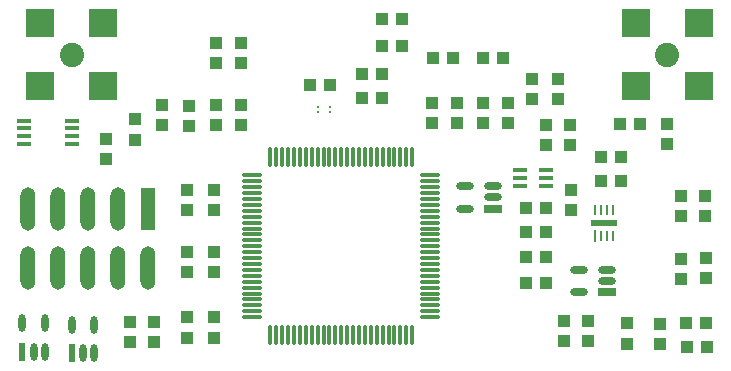
<source format=gtp>
G04 Layer_Color=8421504*
%FSLAX43Y43*%
%MOMM*%
G71*
G01*
G75*
%ADD10R,1.000X1.100*%
%ADD11R,1.100X1.000*%
%ADD12R,1.270X3.680*%
%ADD13O,1.270X3.680*%
%ADD14O,1.500X0.700*%
%ADD15R,1.500X0.700*%
%ADD16O,0.300X1.800*%
%ADD17O,1.800X0.300*%
%ADD18R,1.200X0.350*%
%ADD19C,2.050*%
%ADD20R,2.440X2.440*%
%ADD21R,0.600X1.500*%
%ADD22O,0.600X1.500*%
%ADD23R,1.150X0.450*%
%ADD24C,0.250*%
%ADD25R,2.200X0.610*%
%ADD26R,0.250X1.000*%
%ADD27O,0.250X1.000*%
D10*
X96774Y81153D02*
D03*
Y79453D02*
D03*
X67691Y71755D02*
D03*
Y70055D02*
D03*
X65405Y64770D02*
D03*
Y66470D02*
D03*
X69977Y78916D02*
D03*
Y77216D02*
D03*
X107188Y65913D02*
D03*
Y64213D02*
D03*
X109347Y65962D02*
D03*
Y64262D02*
D03*
X67818Y78916D02*
D03*
Y77216D02*
D03*
X86106Y79121D02*
D03*
Y77421D02*
D03*
X58547Y74373D02*
D03*
Y76073D02*
D03*
X90424Y79121D02*
D03*
Y77421D02*
D03*
X65405Y71755D02*
D03*
Y70055D02*
D03*
X109220Y69547D02*
D03*
Y71247D02*
D03*
X92583Y79121D02*
D03*
Y77421D02*
D03*
X65532Y78867D02*
D03*
Y77167D02*
D03*
X67691Y64770D02*
D03*
Y66470D02*
D03*
X88265Y79121D02*
D03*
Y77421D02*
D03*
X63246Y78916D02*
D03*
Y77216D02*
D03*
X94615Y81153D02*
D03*
Y79453D02*
D03*
X69977Y84201D02*
D03*
Y82501D02*
D03*
X67818Y84201D02*
D03*
Y82501D02*
D03*
X107188Y69547D02*
D03*
Y71247D02*
D03*
X97282Y58928D02*
D03*
Y60628D02*
D03*
X99314Y58928D02*
D03*
Y60628D02*
D03*
X102616Y58752D02*
D03*
Y60452D02*
D03*
X60960Y77724D02*
D03*
Y76024D02*
D03*
X62611Y58879D02*
D03*
Y60579D02*
D03*
X105410Y58674D02*
D03*
Y60374D02*
D03*
X60579Y58879D02*
D03*
Y60579D02*
D03*
X67691Y59260D02*
D03*
Y60960D02*
D03*
X65405Y59260D02*
D03*
Y60960D02*
D03*
X97917Y71755D02*
D03*
Y70055D02*
D03*
X106045Y75643D02*
D03*
Y77343D02*
D03*
X97790Y75565D02*
D03*
Y77265D02*
D03*
X95758Y75565D02*
D03*
Y77265D02*
D03*
D11*
X109347Y60452D02*
D03*
X107647D02*
D03*
X81915Y79502D02*
D03*
X80215D02*
D03*
X81915Y81534D02*
D03*
X80215D02*
D03*
X92124Y82931D02*
D03*
X90424D02*
D03*
X86184D02*
D03*
X87884D02*
D03*
X109396Y58420D02*
D03*
X107696D02*
D03*
X83615Y83947D02*
D03*
X81915D02*
D03*
Y86233D02*
D03*
X83615D02*
D03*
X75770Y80645D02*
D03*
X77470D02*
D03*
X102059Y77343D02*
D03*
X103759D02*
D03*
X94058Y70231D02*
D03*
X95758D02*
D03*
X94058Y68199D02*
D03*
X95758D02*
D03*
X100408Y74549D02*
D03*
X102108D02*
D03*
X100408Y72517D02*
D03*
X102108D02*
D03*
X94107Y66040D02*
D03*
X95807D02*
D03*
X94107Y63881D02*
D03*
X95807D02*
D03*
D12*
X62103Y70101D02*
D03*
D13*
X59563D02*
D03*
X57023D02*
D03*
X54483D02*
D03*
X51943D02*
D03*
X62103Y65151D02*
D03*
X59563D02*
D03*
X57023D02*
D03*
X54483D02*
D03*
X51943D02*
D03*
D14*
X98552Y65019D02*
D03*
Y63119D02*
D03*
X100952Y65019D02*
D03*
Y64069D02*
D03*
X88913Y72070D02*
D03*
Y70170D02*
D03*
X91313Y72070D02*
D03*
Y71120D02*
D03*
D15*
X100952Y63119D02*
D03*
X91313Y70170D02*
D03*
D16*
X84446Y74536D02*
D03*
X83946D02*
D03*
X83446D02*
D03*
X82946D02*
D03*
X82446D02*
D03*
X81946D02*
D03*
X81446D02*
D03*
X80946D02*
D03*
X80446D02*
D03*
X79946D02*
D03*
X79446D02*
D03*
X78946D02*
D03*
X78446D02*
D03*
X77946D02*
D03*
X77446D02*
D03*
X76946D02*
D03*
X76446D02*
D03*
X75946D02*
D03*
X75446D02*
D03*
X74946D02*
D03*
X74446D02*
D03*
X73946D02*
D03*
X73446D02*
D03*
X72946D02*
D03*
X72446D02*
D03*
Y59436D02*
D03*
X72946D02*
D03*
X73446D02*
D03*
X73946D02*
D03*
X74446D02*
D03*
X74946D02*
D03*
X75446D02*
D03*
X75946D02*
D03*
X76446D02*
D03*
X76946D02*
D03*
X77446D02*
D03*
X77946D02*
D03*
X78446D02*
D03*
X78946D02*
D03*
X79446D02*
D03*
X79946D02*
D03*
X80446D02*
D03*
X80946D02*
D03*
X81446D02*
D03*
X81946D02*
D03*
X82446D02*
D03*
X82946D02*
D03*
X83446D02*
D03*
X83946D02*
D03*
X84446D02*
D03*
D17*
X70896Y72986D02*
D03*
Y72486D02*
D03*
Y71986D02*
D03*
Y71486D02*
D03*
Y70986D02*
D03*
Y70486D02*
D03*
Y69986D02*
D03*
Y69486D02*
D03*
Y68986D02*
D03*
Y68486D02*
D03*
Y67986D02*
D03*
Y67486D02*
D03*
Y66986D02*
D03*
Y66486D02*
D03*
Y65986D02*
D03*
Y65486D02*
D03*
Y64986D02*
D03*
Y64486D02*
D03*
Y63986D02*
D03*
Y63486D02*
D03*
Y62986D02*
D03*
Y62486D02*
D03*
Y61986D02*
D03*
Y61486D02*
D03*
Y60986D02*
D03*
X85996D02*
D03*
Y61486D02*
D03*
Y61986D02*
D03*
Y62486D02*
D03*
Y62986D02*
D03*
Y63486D02*
D03*
Y63986D02*
D03*
Y64486D02*
D03*
Y64986D02*
D03*
Y65486D02*
D03*
Y65986D02*
D03*
Y66486D02*
D03*
Y66986D02*
D03*
Y67486D02*
D03*
Y67986D02*
D03*
Y68486D02*
D03*
Y68986D02*
D03*
Y69486D02*
D03*
Y69986D02*
D03*
Y70486D02*
D03*
Y70986D02*
D03*
Y71486D02*
D03*
Y71986D02*
D03*
Y72486D02*
D03*
Y72986D02*
D03*
D18*
X51626Y77612D02*
D03*
Y76962D02*
D03*
Y76312D02*
D03*
Y75662D02*
D03*
X55626Y77612D02*
D03*
Y76962D02*
D03*
Y76312D02*
D03*
Y75662D02*
D03*
D19*
Y83192D02*
D03*
X106045D02*
D03*
D20*
X58286Y80532D02*
D03*
Y85852D02*
D03*
X52966Y80532D02*
D03*
Y85852D02*
D03*
X108705Y80532D02*
D03*
Y85852D02*
D03*
X103385Y80532D02*
D03*
Y85852D02*
D03*
D21*
X51440Y58052D02*
D03*
X55626Y57925D02*
D03*
D22*
X52390Y58052D02*
D03*
X53340D02*
D03*
X51440Y60452D02*
D03*
X53340D02*
D03*
X56576Y57925D02*
D03*
X57526D02*
D03*
X55626Y60325D02*
D03*
X57526D02*
D03*
D23*
X93608Y73406D02*
D03*
Y72756D02*
D03*
Y72106D02*
D03*
X95758D02*
D03*
Y72756D02*
D03*
Y73406D02*
D03*
D24*
X76454Y78330D02*
D03*
X77454D02*
D03*
X76454Y78740D02*
D03*
X77454D02*
D03*
D25*
X100711Y68961D02*
D03*
D26*
X99949Y67886D02*
D03*
D27*
X100449D02*
D03*
X100949D02*
D03*
X101449D02*
D03*
X99949Y70036D02*
D03*
X100449D02*
D03*
X100949D02*
D03*
X101449D02*
D03*
M02*

</source>
